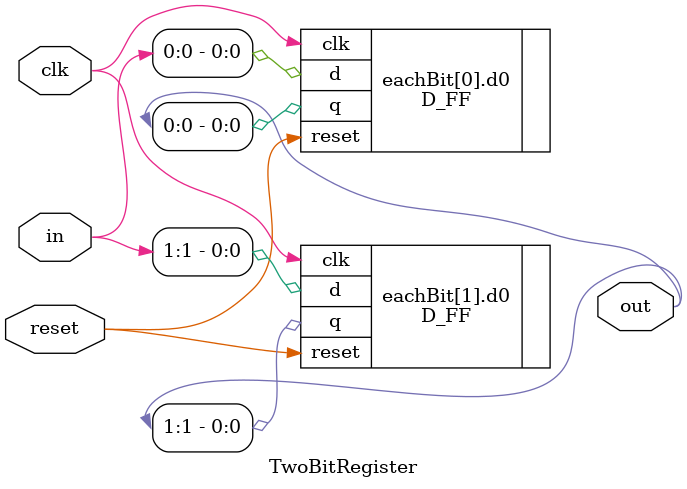
<source format=sv>
/* NAME					|	TwoBitRegister.sv
	-------------------------------------------------------------------------------------------------
	DESCRIPTION       |  storing registers with dff in pipelined stage
 ---------------------------------------------------------------------------------------------------
	PARAMETERS			|	TYPE					|	DESCRIPTION					
 ---------------------------------------------------------------------------------------------------
	in 					|  IN [1:0]			   |  input storing unit
	clk  	 				|  IN				  	   |  clk
	reset					|  IN			         |  reset signal
	out					|  OUT [1:0]         |  output storing unit
	#################################################################################################
	AUTHOR            | Minhhue H Khuu && Tzu-Wei Chuang
	ASSIGNMENT			| Lab 4: MIPS Pipelined CPU
	CLASS					| EE 471
	DATE					| 03/13/2015
	#################################################################################################
*/ 
module TwoBitRegister(out, in, clk, reset);

	output [1:0] out;
	input [1:0] in;
	input clk, reset;
	
	genvar a;
	generate
		for(a = 0; a < 2; a++) begin: eachBit
			D_FF d0 (.q(out[a]), .d(in[a]), .reset, .clk);
		end
	endgenerate
	
endmodule

</source>
